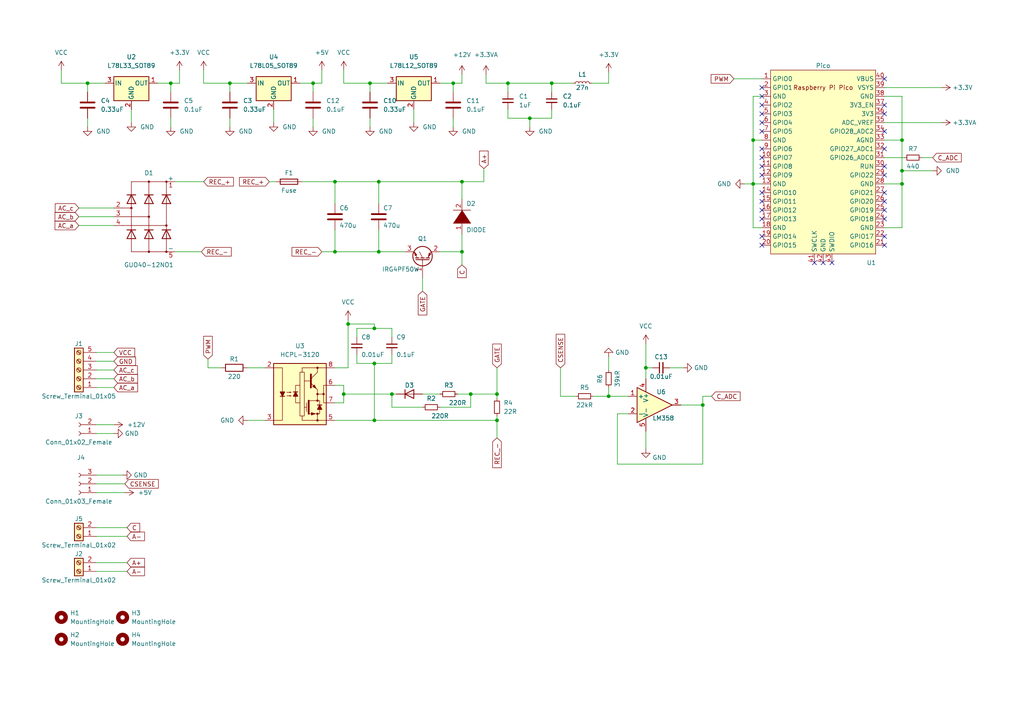
<source format=kicad_sch>
(kicad_sch (version 20211123) (generator eeschema)
  (paper "A4")
  (lib_symbols
    (symbol "Connector:Conn_01x02_Female" (pin_names (offset 1.016) hide)
      (property "Reference" "J" (at 0 2.54 0))
      (property "Value" "Conn_01x02_Female" (at 0 -5.08 0))
      (symbol "Conn_01x02_Female_1_1"
        (pin passive line (at -5.08 0 0) (length 3.81) (name "Pin_1") (number "1"))
        (pin passive line (at -5.08 -2.54 0) (length 3.81) (name "Pin_2") (number "2"))
      )
    )
    (symbol "Connector:Conn_01x03_Female" (pin_names (offset 1.016) hide)
      (property "Reference" "J" (at 0 5.08 0))
      (property "Value" "Conn_01x03_Female" (at 0 -5.08 0))
      (symbol "Conn_01x03_Female_1_1"
        (pin passive line (at -5.08 2.54 0) (length 3.81) (name "Pin_1") (number "1"))
        (pin passive line (at -5.08 0 0) (length 3.81) (name "Pin_2") (number "2"))
        (pin passive line (at -5.08 -2.54 0) (length 3.81) (name "Pin_3") (number "3"))
      )
    )
    (symbol "Connector:Screw_Terminal_01x02" (pin_names (offset 1.016) hide)
      (property "Reference" "J" (at 0 2.54 0))
      (property "Value" "Screw_Terminal_01x02" (at 0 -5.08 0))
      (symbol "Screw_Terminal_01x02_1_1"
        (pin passive line (at -5.08 0 0) (length 3.81) (name "Pin_1") (number "1"))
        (pin passive line (at -5.08 -2.54 0) (length 3.81) (name "Pin_2") (number "2"))
      )
    )
    (symbol "Connector:Screw_Terminal_01x05" (pin_names (offset 1.016) hide)
      (property "Reference" "J" (at 0 7.62 0))
      (property "Value" "Screw_Terminal_01x05" (at 0 -7.62 0))
      (symbol "Screw_Terminal_01x05_1_1"
        (pin passive line (at -5.08 5.08 0) (length 3.81) (name "Pin_1") (number "1"))
        (pin passive line (at -5.08 2.54 0) (length 3.81) (name "Pin_2") (number "2"))
        (pin passive line (at -5.08 0 0) (length 3.81) (name "Pin_3") (number "3"))
        (pin passive line (at -5.08 -2.54 0) (length 3.81) (name "Pin_4") (number "4"))
        (pin passive line (at -5.08 -5.08 0) (length 3.81) (name "Pin_5") (number "5"))
      )
    )
    (symbol "Device:C" (pin_numbers hide) (pin_names (offset 0.254))
      (property "Reference" "C" (at 0.635 2.54 0))
      (property "Value" "C" (at 0.635 -2.54 0))
      (symbol "C_1_1"
        (pin passive line (at 0 3.81 270) (length 2.794) (name "~") (number "1"))
        (pin passive line (at 0 -3.81 90) (length 2.794) (name "~") (number "2"))
      )
    )
    (symbol "Device:C_Small" (pin_numbers hide) (pin_names (offset 0.254) hide)
      (property "Reference" "C" (at 0.254 1.778 0))
      (property "Value" "C_Small" (at 0.254 -2.032 0))
      (symbol "C_Small_1_1"
        (pin passive line (at 0 2.54 270) (length 2.032) (name "~") (number "1"))
        (pin passive line (at 0 -2.54 90) (length 2.032) (name "~") (number "2"))
      )
    )
    (symbol "Device:Fuse" (pin_numbers hide) (pin_names (offset 0))
      (property "Reference" "F" (at 2.032 0 90))
      (property "Value" "Fuse" (at -1.905 0 90))
      (symbol "Fuse_1_1"
        (pin passive line (at 0 3.81 270) (length 1.27) (name "~") (number "1"))
        (pin passive line (at 0 -3.81 90) (length 1.27) (name "~") (number "2"))
      )
    )
    (symbol "Device:L_Small" (pin_numbers hide) (pin_names (offset 0.254) hide)
      (property "Reference" "L" (at 0.762 1.016 0))
      (property "Value" "L_Small" (at 0.762 -1.016 0))
      (symbol "L_Small_1_1"
        (pin passive line (at 0 2.54 270) (length 0.508) (name "~") (number "1"))
        (pin passive line (at 0 -2.54 90) (length 0.508) (name "~") (number "2"))
      )
    )
    (symbol "Device:R" (pin_numbers hide) (pin_names (offset 0))
      (property "Reference" "R" (at 2.032 0 90))
      (property "Value" "R" (at 0 0 90))
      (symbol "R_1_1"
        (pin passive line (at 0 3.81 270) (length 1.27) (name "~") (number "1"))
        (pin passive line (at 0 -3.81 90) (length 1.27) (name "~") (number "2"))
      )
    )
    (symbol "Device:R_Small" (pin_numbers hide) (pin_names (offset 0.254) hide)
      (property "Reference" "R" (at 0.762 0.508 0))
      (property "Value" "R_Small" (at 0.762 -1.016 0))
      (symbol "R_Small_1_1"
        (pin passive line (at 0 2.54 270) (length 0.762) (name "~") (number "1"))
        (pin passive line (at 0 -2.54 90) (length 0.762) (name "~") (number "2"))
      )
    )
    (symbol "Diode:1N4148" (pin_numbers hide) (pin_names hide)
      (property "Reference" "D" (at 0 2.54 0))
      (property "Value" "1N4148" (at 0 -2.54 0))
      (symbol "1N4148_1_1"
        (pin passive line (at -3.81 0 0) (length 2.54) (name "K") (number "1"))
        (pin passive line (at 3.81 0 180) (length 2.54) (name "A") (number "2"))
      )
    )
    (symbol "Diode_Bridge:GUO40-12NO1" (pin_names (offset 0))
      (property "Reference" "D" (at 0 17.78 0))
      (property "Value" "GUO40-12NO1" (at 0 15.24 0))
      (symbol "GUO40-12NO1_1_1"
        (pin passive line (at 7.62 10.16 180) (length 2.54) (name "+") (number "1"))
        (pin passive line (at -10.16 2.54 0) (length 2.54) (name "~") (number "2"))
        (pin passive line (at -10.16 0 0) (length 2.54) (name "~") (number "3"))
        (pin passive line (at -10.16 -2.54 0) (length 2.54) (name "~") (number "4"))
        (pin passive line (at 7.62 -10.16 180) (length 2.54) (name "-") (number "5"))
      )
    )
    (symbol "Driver_FET:HCPL-3120" (pin_names hide)
      (property "Reference" "U" (at 0 12.7 0))
      (property "Value" "HCPL-3120" (at 0 10.16 0))
      (symbol "HCPL-3120_1_1"
        (pin no_connect line (at -7.62 2.54 0) (length 2.54) hide (name "NC") (number "1"))
        (pin passive line (at -10.16 7.62 0) (length 2.54) (name "A") (number "2"))
        (pin passive line (at -10.16 -7.62 0) (length 2.54) (name "C") (number "3"))
        (pin no_connect line (at -7.62 -2.54 0) (length 2.54) hide (name "NC") (number "4"))
        (pin power_out line (at 10.16 -7.62 180) (length 2.54) (name "VEE") (number "5"))
        (pin output line (at 10.16 2.54 180) (length 2.54) (name "VO") (number "6"))
        (pin output line (at 10.16 -2.54 180) (length 2.54) (name "VO") (number "7"))
        (pin power_in line (at 10.16 7.62 180) (length 2.54) (name "VCC") (number "8"))
      )
    )
    (symbol "MCU_RaspberryPi_and_Boards:Pico"
      (property "Reference" "U" (at -13.97 27.94 0))
      (property "Value" "Pico" (at 0 19.05 0))
      (symbol "Pico_0_0"
        (text "Raspberry Pi Pico" (at 0 21.59 0) (effects (font (size 1.27 1.27))))
      )
      (symbol "Pico_1_1"
        (pin bidirectional line (at -17.78 24.13 0) (length 2.54) (name "GPIO0") (number "1"))
        (pin bidirectional line (at -17.78 1.27 0) (length 2.54) (name "GPIO7") (number "10"))
        (pin bidirectional line (at -17.78 -1.27 0) (length 2.54) (name "GPIO8") (number "11"))
        (pin bidirectional line (at -17.78 -3.81 0) (length 2.54) (name "GPIO9") (number "12"))
        (pin power_in line (at -17.78 -6.35 0) (length 2.54) (name "GND") (number "13"))
        (pin bidirectional line (at -17.78 -8.89 0) (length 2.54) (name "GPIO10") (number "14"))
        (pin bidirectional line (at -17.78 -11.43 0) (length 2.54) (name "GPIO11") (number "15"))
        (pin bidirectional line (at -17.78 -13.97 0) (length 2.54) (name "GPIO12") (number "16"))
        (pin bidirectional line (at -17.78 -16.51 0) (length 2.54) (name "GPIO13") (number "17"))
        (pin power_in line (at -17.78 -19.05 0) (length 2.54) (name "GND") (number "18"))
        (pin bidirectional line (at -17.78 -21.59 0) (length 2.54) (name "GPIO14") (number "19"))
        (pin bidirectional line (at -17.78 21.59 0) (length 2.54) (name "GPIO1") (number "2"))
        (pin bidirectional line (at -17.78 -24.13 0) (length 2.54) (name "GPIO15") (number "20"))
        (pin bidirectional line (at 17.78 -24.13 180) (length 2.54) (name "GPIO16") (number "21"))
        (pin bidirectional line (at 17.78 -21.59 180) (length 2.54) (name "GPIO17") (number "22"))
        (pin power_in line (at 17.78 -19.05 180) (length 2.54) (name "GND") (number "23"))
        (pin bidirectional line (at 17.78 -16.51 180) (length 2.54) (name "GPIO18") (number "24"))
        (pin bidirectional line (at 17.78 -13.97 180) (length 2.54) (name "GPIO19") (number "25"))
        (pin bidirectional line (at 17.78 -11.43 180) (length 2.54) (name "GPIO20") (number "26"))
        (pin bidirectional line (at 17.78 -8.89 180) (length 2.54) (name "GPIO21") (number "27"))
        (pin power_in line (at 17.78 -6.35 180) (length 2.54) (name "GND") (number "28"))
        (pin bidirectional line (at 17.78 -3.81 180) (length 2.54) (name "GPIO22") (number "29"))
        (pin power_in line (at -17.78 19.05 0) (length 2.54) (name "GND") (number "3"))
        (pin input line (at 17.78 -1.27 180) (length 2.54) (name "RUN") (number "30"))
        (pin bidirectional line (at 17.78 1.27 180) (length 2.54) (name "GPIO26_ADC0") (number "31"))
        (pin bidirectional line (at 17.78 3.81 180) (length 2.54) (name "GPIO27_ADC1") (number "32"))
        (pin power_in line (at 17.78 6.35 180) (length 2.54) (name "AGND") (number "33"))
        (pin bidirectional line (at 17.78 8.89 180) (length 2.54) (name "GPIO28_ADC2") (number "34"))
        (pin power_in line (at 17.78 11.43 180) (length 2.54) (name "ADC_VREF") (number "35"))
        (pin power_in line (at 17.78 13.97 180) (length 2.54) (name "3V3") (number "36"))
        (pin input line (at 17.78 16.51 180) (length 2.54) (name "3V3_EN") (number "37"))
        (pin bidirectional line (at 17.78 19.05 180) (length 2.54) (name "GND") (number "38"))
        (pin power_in line (at 17.78 21.59 180) (length 2.54) (name "VSYS") (number "39"))
        (pin bidirectional line (at -17.78 16.51 0) (length 2.54) (name "GPIO2") (number "4"))
        (pin power_in line (at 17.78 24.13 180) (length 2.54) (name "VBUS") (number "40"))
        (pin input line (at -2.54 -29.21 90) (length 2.54) (name "SWCLK") (number "41"))
        (pin power_in line (at 0 -29.21 90) (length 2.54) (name "GND") (number "42"))
        (pin bidirectional line (at 2.54 -29.21 90) (length 2.54) (name "SWDIO") (number "43"))
        (pin bidirectional line (at -17.78 13.97 0) (length 2.54) (name "GPIO3") (number "5"))
        (pin bidirectional line (at -17.78 11.43 0) (length 2.54) (name "GPIO4") (number "6"))
        (pin bidirectional line (at -17.78 8.89 0) (length 2.54) (name "GPIO5") (number "7"))
        (pin power_in line (at -17.78 6.35 0) (length 2.54) (name "GND") (number "8"))
        (pin bidirectional line (at -17.78 3.81 0) (length 2.54) (name "GPIO6") (number "9"))
      )
    )
    (symbol "Mechanical:MountingHole" (pin_names (offset 1.016))
      (property "Reference" "H" (at 0 5.08 0))
      (property "Value" "MountingHole" (at 0 3.175 0))
    )
    (symbol "Regulator_Linear:L78L05_SOT89" (pin_names (offset 0.254))
      (property "Reference" "U" (at -3.81 3.175 0))
      (property "Value" "L78L05_SOT89" (at -0.635 3.175 0))
      (symbol "L78L05_SOT89_1_1"
        (pin power_out line (at 7.62 0 180) (length 2.54) (name "OUT") (number "1"))
        (pin power_in line (at 0 -7.62 90) (length 2.54) (name "GND") (number "2"))
        (pin power_in line (at -7.62 0 0) (length 2.54) (name "IN") (number "3"))
      )
    )
    (symbol "Regulator_Linear:L78L12_SOT89" (pin_names (offset 0.254))
      (property "Reference" "U" (at -3.81 3.175 0))
      (property "Value" "L78L12_SOT89" (at -0.635 3.175 0))
      (symbol "L78L12_SOT89_1_1"
        (pin power_out line (at 7.62 0 180) (length 2.54) (name "OUT") (number "1"))
        (pin power_in line (at 0 -7.62 90) (length 2.54) (name "GND") (number "2"))
        (pin power_in line (at -7.62 0 0) (length 2.54) (name "IN") (number "3"))
      )
    )
    (symbol "Regulator_Linear:L78L33_SOT89" (pin_names (offset 0.254))
      (property "Reference" "U" (at -3.81 3.175 0))
      (property "Value" "L78L33_SOT89" (at -0.635 3.175 0))
      (symbol "L78L33_SOT89_1_1"
        (pin power_out line (at 7.62 0 180) (length 2.54) (name "OUT") (number "1"))
        (pin power_in line (at 0 -7.62 90) (length 2.54) (name "GND") (number "2"))
        (pin power_in line (at -7.62 0 0) (length 2.54) (name "IN") (number "3"))
      )
    )
    (symbol "Transistor_IGBT:IRG4PF50W" (pin_names (offset 0) hide)
      (property "Reference" "Q" (at 5.08 1.905 0))
      (property "Value" "IRG4PF50W" (at 5.08 0 0))
      (symbol "IRG4PF50W_1_1"
        (pin input line (at -5.08 0 0) (length 5.08) (name "G") (number "1"))
        (pin passive line (at 2.54 5.08 270) (length 2.54) (name "C") (number "2"))
        (pin passive line (at 2.54 -5.08 90) (length 2.54) (name "E") (number "3"))
      )
    )
    (symbol "power:+12V" (power) (pin_names (offset 0))
      (property "Value" "+12V" (at 0 3.556 0))
      (symbol "+12V_1_1"
        (pin power_in line (at 0 0 90) (length 0) hide (name "+12V") (number "1"))
      )
    )
    (symbol "power:+3.3V" (power) (pin_names (offset 0))
      (property "Value" "+3.3V" (at 0 3.556 0))
      (symbol "+3.3V_1_1"
        (pin power_in line (at 0 0 90) (length 0) hide (name "+3.3V") (number "1"))
      )
    )
    (symbol "power:+3.3VA" (power) (pin_names (offset 0))
      (property "Value" "+3.3VA" (at 0 3.556 0))
      (symbol "+3.3VA_1_1"
        (pin power_in line (at 0 0 90) (length 0) hide (name "+3.3VA") (number "1"))
      )
    )
    (symbol "power:+5V" (power) (pin_names (offset 0))
      (property "Value" "+5V" (at 0 3.556 0))
      (symbol "+5V_1_1"
        (pin power_in line (at 0 0 90) (length 0) hide (name "+5V") (number "1"))
      )
    )
    (symbol "power:GND" (power) (pin_names (offset 0))
      (property "Value" "GND" (at 0 -3.81 0))
      (symbol "GND_1_1"
        (pin power_in line (at 0 0 270) (length 0) hide (name "GND") (number "1"))
      )
    )
    (symbol "power:VCC" (power) (pin_names (offset 0))
      (property "Value" "VCC" (at 0 3.81 0))
      (symbol "VCC_1_1"
        (pin power_in line (at 0 0 90) (length 0) hide (name "VCC") (number "1"))
      )
    )
    (symbol "pspice:DIODE" (pin_names (offset 1.016) hide)
      (property "Reference" "D" (at 0 3.81 0))
      (property "Value" "DIODE" (at 0 -4.445 0))
      (symbol "DIODE_1_1"
        (pin input line (at -5.08 0 0) (length 3.81) (name "K") (number "1"))
        (pin input line (at 5.08 0 180) (length 3.81) (name "A") (number "2"))
      )
    )
    (symbol "pspice:OPAMP" (pin_names (offset 0.254))
      (property "Reference" "U" (at 3.81 3.175 0))
      (property "Value" "OPAMP" (at 3.81 -3.175 0))
      (symbol "OPAMP_1_1"
        (pin input line (at -7.62 2.54 0) (length 2.54) (name "+") (number "1"))
        (pin input line (at -7.62 -2.54 0) (length 2.54) (name "-") (number "2"))
        (pin output line (at 7.62 0 180) (length 2.54) (name "~") (number "3"))
        (pin power_in line (at -2.54 7.62 270) (length 3.81) (name "V+") (number "4"))
        (pin power_in line (at -2.54 -7.62 90) (length 3.81) (name "V-") (number "5"))
      )
    )
  )
  (junction (at 66.675 24.13))
  (junction (at 97.155 52.705))
  (junction (at 108.585 105.41))
  (junction (at 97.155 73.025))
  (junction (at 261.62 49.53))
  (junction (at 153.67 34.29))
  (junction (at 133.985 73.025))
  (junction (at 131.445 24.13))
  (junction (at 261.62 53.34))
  (junction (at 108.585 121.92))
  (junction (at 108.585 95.25))
  (junction (at 147.32 24.13))
  (junction (at 109.855 52.705))
  (junction (at 144.145 121.92))
  (junction (at 187.325 106.68))
  (junction (at 218.44 53.34))
  (junction (at 49.53 24.13))
  (junction (at 136.525 114.3))
  (junction (at 107.315 24.13))
  (junction (at 133.985 52.705))
  (junction (at 100.965 93.98))
  (junction (at 113.665 114.3))
  (junction (at 90.805 24.13))
  (junction (at 160.02 24.13))
  (junction (at 109.855 73.025))
  (junction (at 261.62 40.64))
  (junction (at 144.145 114.3))
  (junction (at 99.695 114.3))
  (junction (at 203.835 117.475))
  (junction (at 176.53 114.935))
  (junction (at 218.44 40.64))
  (junction (at 25.4 24.13))
  (no_connect (at 220.98 48.26))
  (no_connect (at 220.98 45.72))
  (no_connect (at 220.98 55.88))
  (no_connect (at 220.98 60.96))
  (no_connect (at 220.98 68.58))
  (no_connect (at 220.98 25.4))
  (no_connect (at 256.54 60.96))
  (no_connect (at 256.54 63.5))
  (no_connect (at 220.98 35.56))
  (no_connect (at 256.54 55.88))
  (no_connect (at 236.22 76.2))
  (no_connect (at 256.54 43.18))
  (no_connect (at 220.98 71.12))
  (no_connect (at 220.98 27.94))
  (no_connect (at 256.54 22.86))
  (no_connect (at 220.98 38.1))
  (no_connect (at 220.98 58.42))
  (no_connect (at 256.54 30.48))
  (no_connect (at 256.54 38.1))
  (no_connect (at 238.76 76.2))
  (no_connect (at 256.54 48.26))
  (no_connect (at 220.98 30.48))
  (no_connect (at 220.98 33.02))
  (no_connect (at 241.3 76.2))
  (no_connect (at 256.54 71.12))
  (no_connect (at 220.98 43.18))
  (no_connect (at 256.54 68.58))
  (no_connect (at 256.54 33.02))
  (no_connect (at 256.54 50.8))
  (no_connect (at 349.758 38.354))
  (no_connect (at 220.98 63.5))
  (no_connect (at 256.54 58.42))
  (no_connect (at 220.98 50.8))
  (wire (pts (xy 256.54 40.64) (xy 261.62 40.64)))
  (wire (pts (xy 218.44 53.34) (xy 220.98 53.34)))
  (wire (pts (xy 109.855 66.675) (xy 109.855 73.025)))
  (wire (pts (xy 147.32 24.13) (xy 147.32 26.67)))
  (wire (pts (xy 66.675 24.13) (xy 71.755 24.13)))
  (wire (pts (xy 160.02 31.75) (xy 160.02 34.29)))
  (wire (pts (xy 132.715 114.3) (xy 136.525 114.3)))
  (wire (pts (xy 97.155 121.92) (xy 108.585 121.92)))
  (wire (pts (xy 109.855 59.055) (xy 109.855 52.705)))
  (wire (pts (xy 71.755 121.92) (xy 76.835 121.92)))
  (wire (pts (xy 218.44 66.04) (xy 220.98 66.04)))
  (wire (pts (xy 176.53 114.935) (xy 182.245 114.935)))
  (wire (pts (xy 113.665 118.11) (xy 113.665 114.3)))
  (wire (pts (xy 147.32 31.75) (xy 147.32 34.29)))
  (wire (pts (xy 22.86 65.405) (xy 33.02 65.405)))
  (wire (pts (xy 261.62 49.53) (xy 261.62 53.34)))
  (wire (pts (xy 256.54 25.4) (xy 273.05 25.4)))
  (wire (pts (xy 197.485 117.475) (xy 203.835 117.475)))
  (wire (pts (xy 131.445 34.29) (xy 131.445 36.83)))
  (wire (pts (xy 50.8 52.705) (xy 59.055 52.705)))
  (wire (pts (xy 27.94 155.575) (xy 36.83 155.575)))
  (wire (pts (xy 261.62 49.53) (xy 270.51 49.53)))
  (wire (pts (xy 107.315 24.13) (xy 107.315 26.67)))
  (wire (pts (xy 147.32 34.29) (xy 153.67 34.29)))
  (wire (pts (xy 162.56 106.68) (xy 162.56 114.935)))
  (wire (pts (xy 133.985 67.945) (xy 133.985 73.025)))
  (wire (pts (xy 261.62 40.64) (xy 261.62 49.53)))
  (wire (pts (xy 103.505 102.87) (xy 103.505 105.41)))
  (wire (pts (xy 140.335 48.895) (xy 140.335 52.705)))
  (wire (pts (xy 140.97 21.59) (xy 140.97 24.13)))
  (wire (pts (xy 97.155 59.055) (xy 97.155 52.705)))
  (wire (pts (xy 160.02 24.13) (xy 166.37 24.13)))
  (wire (pts (xy 49.53 34.29) (xy 49.53 36.83)))
  (wire (pts (xy 52.07 20.32) (xy 52.07 24.13)))
  (wire (pts (xy 66.675 24.13) (xy 66.675 26.67)))
  (wire (pts (xy 27.94 102.235) (xy 33.02 102.235)))
  (wire (pts (xy 108.585 121.92) (xy 144.145 121.92)))
  (wire (pts (xy 144.145 120.65) (xy 144.145 121.92)))
  (wire (pts (xy 93.345 20.32) (xy 93.345 24.13)))
  (wire (pts (xy 97.155 73.025) (xy 97.155 66.675)))
  (wire (pts (xy 107.315 24.13) (xy 112.395 24.13)))
  (wire (pts (xy 160.02 24.13) (xy 160.02 26.67)))
  (wire (pts (xy 25.4 34.29) (xy 25.4 36.83)))
  (wire (pts (xy 256.54 53.34) (xy 261.62 53.34)))
  (wire (pts (xy 215.9 53.34) (xy 218.44 53.34)))
  (wire (pts (xy 131.445 24.13) (xy 133.985 24.13)))
  (wire (pts (xy 261.62 53.34) (xy 261.62 66.04)))
  (wire (pts (xy 99.695 24.13) (xy 107.315 24.13)))
  (wire (pts (xy 22.86 60.325) (xy 33.02 60.325)))
  (wire (pts (xy 203.835 134.62) (xy 179.07 134.62)))
  (wire (pts (xy 133.985 73.025) (xy 133.985 76.835)))
  (wire (pts (xy 108.585 95.25) (xy 113.665 95.25)))
  (wire (pts (xy 90.805 24.13) (xy 93.345 24.13)))
  (wire (pts (xy 60.325 106.68) (xy 64.135 106.68)))
  (wire (pts (xy 100.965 106.68) (xy 97.155 106.68)))
  (wire (pts (xy 87.63 52.705) (xy 97.155 52.705)))
  (wire (pts (xy 90.805 24.13) (xy 90.805 26.67)))
  (wire (pts (xy 97.155 52.705) (xy 109.855 52.705)))
  (wire (pts (xy 27.94 125.73) (xy 33.02 125.73)))
  (wire (pts (xy 17.78 24.13) (xy 25.4 24.13)))
  (wire (pts (xy 218.44 40.64) (xy 220.98 40.64)))
  (wire (pts (xy 256.54 45.72) (xy 262.255 45.72)))
  (wire (pts (xy 140.335 52.705) (xy 133.985 52.705)))
  (wire (pts (xy 144.145 106.68) (xy 144.145 114.3)))
  (wire (pts (xy 127.635 24.13) (xy 131.445 24.13)))
  (wire (pts (xy 109.855 73.025) (xy 117.475 73.025)))
  (wire (pts (xy 99.695 114.3) (xy 113.665 114.3)))
  (wire (pts (xy 144.145 121.92) (xy 144.145 127)))
  (wire (pts (xy 49.53 24.13) (xy 49.53 26.67)))
  (wire (pts (xy 256.54 27.94) (xy 261.62 27.94)))
  (wire (pts (xy 218.44 53.34) (xy 218.44 40.64)))
  (wire (pts (xy 93.345 73.025) (xy 97.155 73.025)))
  (wire (pts (xy 27.94 153.035) (xy 36.83 153.035)))
  (wire (pts (xy 261.62 27.94) (xy 261.62 40.64)))
  (wire (pts (xy 212.852 22.86) (xy 220.98 22.86)))
  (wire (pts (xy 99.695 116.84) (xy 97.155 116.84)))
  (wire (pts (xy 25.4 24.13) (xy 25.4 26.67)))
  (wire (pts (xy 144.145 114.3) (xy 144.145 115.57)))
  (wire (pts (xy 133.985 21.59) (xy 133.985 24.13)))
  (wire (pts (xy 86.995 24.13) (xy 90.805 24.13)))
  (wire (pts (xy 59.055 24.13) (xy 66.675 24.13)))
  (wire (pts (xy 27.94 165.735) (xy 36.83 165.735)))
  (wire (pts (xy 38.1 31.75) (xy 38.1 35.56)))
  (wire (pts (xy 59.055 20.32) (xy 59.055 24.13)))
  (wire (pts (xy 136.525 118.11) (xy 136.525 114.3)))
  (wire (pts (xy 140.97 24.13) (xy 147.32 24.13)))
  (wire (pts (xy 100.965 92.71) (xy 100.965 93.98)))
  (wire (pts (xy 27.94 112.395) (xy 33.02 112.395)))
  (wire (pts (xy 203.835 117.475) (xy 203.835 134.62)))
  (wire (pts (xy 113.665 114.3) (xy 114.935 114.3)))
  (wire (pts (xy 153.67 34.29) (xy 160.02 34.29)))
  (wire (pts (xy 120.015 31.75) (xy 120.015 35.56)))
  (wire (pts (xy 176.53 114.935) (xy 176.53 112.395)))
  (wire (pts (xy 27.94 104.775) (xy 33.02 104.775)))
  (wire (pts (xy 171.45 24.13) (xy 176.53 24.13)))
  (wire (pts (xy 136.525 114.3) (xy 144.145 114.3)))
  (wire (pts (xy 194.31 106.68) (xy 198.12 106.68)))
  (wire (pts (xy 218.44 27.94) (xy 220.98 27.94)))
  (wire (pts (xy 256.54 35.56) (xy 273.05 35.56)))
  (wire (pts (xy 108.585 105.41) (xy 113.665 105.41)))
  (wire (pts (xy 27.94 123.19) (xy 33.02 123.19)))
  (wire (pts (xy 127.635 118.11) (xy 136.525 118.11)))
  (wire (pts (xy 127.635 73.025) (xy 133.985 73.025)))
  (wire (pts (xy 187.325 125.095) (xy 187.325 130.175)))
  (wire (pts (xy 218.44 53.34) (xy 218.44 66.04)))
  (wire (pts (xy 103.505 105.41) (xy 108.585 105.41)))
  (wire (pts (xy 66.675 34.29) (xy 66.675 36.83)))
  (wire (pts (xy 49.53 24.13) (xy 52.07 24.13)))
  (wire (pts (xy 109.855 73.025) (xy 97.155 73.025)))
  (wire (pts (xy 27.94 107.315) (xy 33.02 107.315)))
  (wire (pts (xy 108.585 105.41) (xy 108.585 121.92)))
  (wire (pts (xy 108.585 93.98) (xy 108.585 95.25)))
  (wire (pts (xy 99.695 111.76) (xy 99.695 114.3)))
  (wire (pts (xy 27.94 137.795) (xy 35.56 137.795)))
  (wire (pts (xy 25.4 24.13) (xy 30.48 24.13)))
  (wire (pts (xy 50.8 73.025) (xy 58.42 73.025)))
  (wire (pts (xy 113.665 105.41) (xy 113.665 102.87)))
  (wire (pts (xy 153.67 34.29) (xy 153.67 36.83)))
  (wire (pts (xy 107.315 34.29) (xy 107.315 36.83)))
  (wire (pts (xy 99.695 20.32) (xy 99.695 24.13)))
  (wire (pts (xy 182.245 120.015) (xy 179.07 120.015)))
  (wire (pts (xy 256.54 66.04) (xy 261.62 66.04)))
  (wire (pts (xy 71.755 106.68) (xy 76.835 106.68)))
  (wire (pts (xy 109.855 52.705) (xy 133.985 52.705)))
  (wire (pts (xy 27.94 140.335) (xy 36.195 140.335)))
  (wire (pts (xy 187.325 106.68) (xy 189.23 106.68)))
  (wire (pts (xy 218.44 40.64) (xy 218.44 27.94)))
  (wire (pts (xy 133.985 52.705) (xy 133.985 57.785)))
  (wire (pts (xy 206.375 114.935) (xy 203.835 114.935)))
  (wire (pts (xy 176.53 103.505) (xy 176.53 107.315)))
  (wire (pts (xy 122.555 114.3) (xy 127.635 114.3)))
  (wire (pts (xy 162.56 114.935) (xy 167.005 114.935)))
  (wire (pts (xy 187.325 109.855) (xy 187.325 106.68)))
  (wire (pts (xy 17.78 20.32) (xy 17.78 24.13)))
  (wire (pts (xy 27.94 109.855) (xy 33.02 109.855)))
  (wire (pts (xy 172.085 114.935) (xy 176.53 114.935)))
  (wire (pts (xy 179.07 120.015) (xy 179.07 134.62)))
  (wire (pts (xy 78.105 52.705) (xy 80.01 52.705)))
  (wire (pts (xy 131.445 24.13) (xy 131.445 26.67)))
  (wire (pts (xy 100.965 93.98) (xy 100.965 106.68)))
  (wire (pts (xy 45.72 24.13) (xy 49.53 24.13)))
  (wire (pts (xy 22.86 62.865) (xy 33.02 62.865)))
  (wire (pts (xy 27.94 142.875) (xy 36.195 142.875)))
  (wire (pts (xy 203.835 114.935) (xy 203.835 117.475)))
  (wire (pts (xy 122.555 80.645) (xy 122.555 84.455)))
  (wire (pts (xy 100.965 93.98) (xy 108.585 93.98)))
  (wire (pts (xy 79.375 31.75) (xy 79.375 35.56)))
  (wire (pts (xy 176.53 20.955) (xy 176.53 24.13)))
  (wire (pts (xy 60.325 104.14) (xy 60.325 106.68)))
  (wire (pts (xy 97.155 111.76) (xy 99.695 111.76)))
  (wire (pts (xy 99.695 114.3) (xy 99.695 116.84)))
  (wire (pts (xy 27.94 163.195) (xy 36.83 163.195)))
  (wire (pts (xy 122.555 118.11) (xy 113.665 118.11)))
  (wire (pts (xy 267.335 45.72) (xy 270.51 45.72)))
  (wire (pts (xy 103.505 97.79) (xy 103.505 95.25)))
  (wire (pts (xy 113.665 95.25) (xy 113.665 97.79)))
  (wire (pts (xy 103.505 95.25) (xy 108.585 95.25)))
  (wire (pts (xy 187.325 99.695) (xy 187.325 106.68)))
  (wire (pts (xy 147.32 24.13) (xy 160.02 24.13)))
  (wire (pts (xy 90.805 34.29) (xy 90.805 36.83)))
  (global_label "C" (shape input) (at 36.83 153.035 0) (property "Intersheet References" "${INTERSHEET_REFS}" (effects hide)))
  (global_label "GND" (shape input) (at 33.02 104.775 0) (property "Intersheet References" "${INTERSHEET_REFS}" (effects hide)))
  (global_label "AC_c" (shape input) (at 22.86 60.325 180) (property "Intersheet References" "${INTERSHEET_REFS}" (effects hide)))
  (global_label "REC_-" (shape input) (at 144.145 127 270) (property "Intersheet References" "${INTERSHEET_REFS}" (effects hide)))
  (global_label "AC_b" (shape input) (at 33.02 109.855 0) (property "Intersheet References" "${INTERSHEET_REFS}" (effects hide)))
  (global_label "AC_a" (shape input) (at 22.86 65.405 180) (property "Intersheet References" "${INTERSHEET_REFS}" (effects hide)))
  (global_label "A+" (shape input) (at 140.335 48.895 90) (property "Intersheet References" "${INTERSHEET_REFS}" (effects hide)))
  (global_label "C_ADC" (shape input) (at 270.51 45.72 0) (property "Intersheet References" "${INTERSHEET_REFS}" (effects hide)))
  (global_label "AC_b" (shape input) (at 22.86 62.865 180) (property "Intersheet References" "${INTERSHEET_REFS}" (effects hide)))
  (global_label "AC_a" (shape input) (at 33.02 112.395 0) (property "Intersheet References" "${INTERSHEET_REFS}" (effects hide)))
  (global_label "REC_+" (shape input) (at 78.105 52.705 180) (property "Intersheet References" "${INTERSHEET_REFS}" (effects hide)))
  (global_label "C" (shape input) (at 133.985 76.835 270) (property "Intersheet References" "${INTERSHEET_REFS}" (effects hide)))
  (global_label "REC_+" (shape input) (at 59.055 52.705 0) (property "Intersheet References" "${INTERSHEET_REFS}" (effects hide)))
  (global_label "REC_-" (shape input) (at 93.345 73.025 180) (property "Intersheet References" "${INTERSHEET_REFS}" (effects hide)))
  (global_label "CSENSE" (shape input) (at 162.56 106.68 90) (property "Intersheet References" "${INTERSHEET_REFS}" (effects hide)))
  (global_label "A+" (shape input) (at 36.83 163.195 0) (property "Intersheet References" "${INTERSHEET_REFS}" (effects hide)))
  (global_label "PWM" (shape input) (at 212.852 22.86 180) (property "Intersheet References" "${INTERSHEET_REFS}" (effects hide)))
  (global_label "GATE" (shape input) (at 144.145 106.68 90) (property "Intersheet References" "${INTERSHEET_REFS}" (effects hide)))
  (global_label "CSENSE" (shape input) (at 36.195 140.335 0) (property "Intersheet References" "${INTERSHEET_REFS}" (effects hide)))
  (global_label "GATE" (shape input) (at 122.555 84.455 270) (property "Intersheet References" "${INTERSHEET_REFS}" (effects hide)))
  (global_label "PWM" (shape input) (at 60.325 104.14 90) (property "Intersheet References" "${INTERSHEET_REFS}" (effects hide)))
  (global_label "REC_-" (shape input) (at 58.42 73.025 0) (property "Intersheet References" "${INTERSHEET_REFS}" (effects hide)))
  (global_label "A-" (shape input) (at 36.83 165.735 0) (property "Intersheet References" "${INTERSHEET_REFS}" (effects hide)))
  (global_label "A-" (shape input) (at 36.83 155.575 0) (property "Intersheet References" "${INTERSHEET_REFS}" (effects hide)))
  (global_label "AC_c" (shape input) (at 33.02 107.315 0) (property "Intersheet References" "${INTERSHEET_REFS}" (effects hide)))
  (global_label "VCC" (shape input) (at 33.02 102.235 0) (property "Intersheet References" "${INTERSHEET_REFS}" (effects hide)))
  (global_label "C_ADC" (shape input) (at 206.375 114.935 0) (property "Intersheet References" "${INTERSHEET_REFS}" (effects hide)))
  (symbol (lib_id "Device:L_Small") (at 168.91 24.13 90) (unit 1)
    (property "Reference" "L1" (at 168.91 21.59 90))
    (property "Value" "27n" (at 168.91 25.4 90))
    (property "Footprint" "Inductor_SMD:L_1206_3216Metric" (effects hide))
  )
  (symbol (lib_id "power:+3.3VA") (at 140.97 21.59 0) (unit 1)
    (property "Reference" "#PWR011" (effects hide))
    (property "Value" "+3.3VA" (at 140.97 15.875 0))
  )
  (symbol (lib_id "power:GND") (at 49.53 36.83 0) (unit 1)
    (property "Reference" "#PWR02" (effects hide))
    (property "Value" "GND" (at 52.07 38.0999 0) (effects (justify left)))
  )
  (symbol (lib_id "power:GND") (at 131.445 36.83 0) (unit 1)
    (property "Reference" "#PWR0127" (effects hide))
    (property "Value" "GND" (at 133.985 38.0999 0) (effects (justify left)))
  )
  (symbol (lib_id "power:GND") (at 198.12 106.68 90) (unit 1)
    (property "Reference" "#PWR016" (effects hide))
    (property "Value" "GND" (at 201.295 106.6799 90) (effects (justify right)))
  )
  (symbol (lib_id "Device:C") (at 109.855 62.865 0) (unit 1)
    (property "Reference" "C7" (at 111.125 60.325 0) (effects (justify left)))
    (property "Value" "470u" (at 111.125 65.405 0) (effects (justify left)))
    (property "Footprint" "Capacitor_THT:CP_Radial_D35.0mm_P10.00mm_SnapIn" (effects hide))
  )
  (symbol (lib_id "Mechanical:MountingHole") (at 17.78 179.07 0) (unit 1)
    (property "Reference" "H1" (at 20.32 177.7999 0) (effects (justify left)))
    (property "Value" "MountingHole" (at 20.32 180.3399 0) (effects (justify left)))
    (property "Footprint" "MountingHole:MountingHole_3.2mm_M3_Pad" (effects hide))
  )
  (symbol (lib_id "power:VCC") (at 17.78 20.32 0) (unit 1)
    (property "Reference" "#PWR0111" (effects hide))
    (property "Value" "VCC" (at 17.78 15.24 0))
  )
  (symbol (lib_id "pspice:OPAMP") (at 189.865 117.475 0) (unit 1)
    (property "Reference" "U6" (at 191.77 113.665 0))
    (property "Value" "LM358" (at 192.405 121.285 0))
    (property "Footprint" "Package_DIP:DIP-8_W7.62mm" (effects hide))
  )
  (symbol (lib_id "Device:C_Small") (at 103.505 100.33 0) (unit 1)
    (property "Reference" "C8" (at 104.775 97.79 0) (effects (justify left)))
    (property "Value" "0.01uF" (at 104.775 102.87 0) (effects (justify left)))
    (property "Footprint" "Capacitor_SMD:C_1206_3216Metric" (effects hide))
  )
  (symbol (lib_id "Regulator_Linear:L78L33_SOT89") (at 38.1 24.13 0) (unit 1)
    (property "Reference" "U2" (at 38.1 16.51 0))
    (property "Value" "L78L33_SOT89" (at 38.1 19.05 0))
    (property "Footprint" "Package_TO_SOT_SMD:SOT-89-3" (effects hide))
    (property "Datasheet" "http://www.st.com/content/ccc/resource/technical/document/datasheet/15/55/e5/aa/23/5b/43/fd/CD00000446.pdf/files/CD00000446.pdf/jcr:content/translations/en.CD00000446.pdf" (effects hide))
  )
  (symbol (lib_id "MCU_RaspberryPi_and_Boards:Pico") (at 238.76 46.99 0) (unit 1)
    (property "Reference" "U1" (at 252.73 76.2 0))
    (property "Value" "Pico" (at 238.76 19.05 0))
    (property "Footprint" "MCU_RaspberryPi_and_Boards:RPi_Pico_SMD_TH" (effects hide))
  )
  (symbol (lib_id "Device:C") (at 97.155 62.865 0) (unit 1)
    (property "Reference" "C6" (at 98.425 60.325 0) (effects (justify left)))
    (property "Value" "470u" (at 98.425 65.405 0) (effects (justify left)))
    (property "Footprint" "Capacitor_THT:CP_Radial_D35.0mm_P10.00mm_SnapIn" (effects hide))
  )
  (symbol (lib_id "power:GND") (at 215.9 53.34 270) (unit 1)
    (property "Reference" "#PWR0102" (effects hide))
    (property "Value" "GND" (at 212.09 53.3399 90) (effects (justify right)))
  )
  (symbol (lib_id "power:+3.3V") (at 176.53 20.955 0) (unit 1)
    (property "Reference" "#PWR012" (effects hide))
    (property "Value" "+3.3V" (at 176.53 15.875 0))
  )
  (symbol (lib_id "power:+5V") (at 36.195 142.875 270) (unit 1)
    (property "Reference" "#PWR04" (effects hide))
    (property "Value" "+5V" (at 40.005 142.8749 90) (effects (justify left)))
  )
  (symbol (lib_id "Device:C_Small") (at 160.02 29.21 0) (unit 1)
    (property "Reference" "C2" (at 163.195 27.9462 0) (effects (justify left)))
    (property "Value" "0.1uF" (at 163.195 30.4862 0) (effects (justify left)))
    (property "Footprint" "Capacitor_SMD:C_1206_3216Metric" (effects hide))
  )
  (symbol (lib_id "power:VCC") (at 100.965 92.71 0) (unit 1)
    (property "Reference" "#PWR0112" (effects hide))
    (property "Value" "VCC" (at 100.965 87.63 0))
  )
  (symbol (lib_id "Device:C") (at 131.445 30.48 0) (unit 1)
    (property "Reference" "C11" (at 135.255 29.2099 0) (effects (justify left)))
    (property "Value" "0.1uF" (at 135.255 31.7499 0) (effects (justify left)))
    (property "Footprint" "Capacitor_SMD:C_1206_3216Metric" (effects hide))
  )
  (symbol (lib_id "Connector:Conn_01x03_Female") (at 22.86 140.335 180) (unit 1)
    (property "Reference" "J4" (at 23.495 132.715 0))
    (property "Value" "Conn_01x03_Female" (at 22.86 145.415 0))
    (property "Footprint" "Connector_PinSocket_2.54mm:PinSocket_1x03_P2.54mm_Vertical" (effects hide))
  )
  (symbol (lib_id "power:GND") (at 270.51 49.53 90) (unit 1)
    (property "Reference" "#PWR0104" (effects hide))
    (property "Value" "GND" (at 274.32 49.5299 90) (effects (justify right)))
  )
  (symbol (lib_id "Connector:Conn_01x02_Female") (at 22.86 125.73 180) (unit 1)
    (property "Reference" "J3" (at 22.86 120.65 0))
    (property "Value" "Conn_01x02_Female" (at 22.86 128.27 0))
    (property "Footprint" "Connector_PinHeader_2.54mm:PinHeader_1x02_P2.54mm_Vertical" (effects hide))
  )
  (symbol (lib_id "power:VCC") (at 99.695 20.32 0) (unit 1)
    (property "Reference" "#PWR0118" (effects hide))
    (property "Value" "VCC" (at 99.695 15.24 0))
  )
  (symbol (lib_id "power:+3.3V") (at 52.07 20.32 0) (unit 1)
    (property "Reference" "#PWR05" (effects hide))
    (property "Value" "+3.3V" (at 52.07 15.24 0))
  )
  (symbol (lib_id "Transistor_IGBT:IRG4PF50W") (at 122.555 75.565 270) (mirror x) (unit 1)
    (property "Reference" "Q1" (at 122.555 69.215 90))
    (property "Value" "IRG4PF50W" (at 116.205 78.105 90))
    (property "Footprint" "Package_TO_SOT_THT:TO-247-3_Vertical" (effects hide))
    (property "Datasheet" "http://www.irf.com/product-info/datasheets/data/irg4pf50w.pdf" (effects hide))
  )
  (symbol (lib_id "Connector:Screw_Terminal_01x05") (at 22.86 107.315 180) (unit 1)
    (property "Reference" "J1" (at 22.86 99.695 0))
    (property "Value" "Screw_Terminal_01x05" (at 22.86 114.935 0))
    (property "Footprint" "TerminalBlock_Phoenix:TerminalBlock_Phoenix_MKDS-3-5-5.08_1x05_P5.08mm_Horizontal" (effects hide))
  )
  (symbol (lib_id "Diode_Bridge:GUO40-12NO1") (at 43.18 62.865 0) (unit 1)
    (property "Reference" "D1" (at 43.18 50.165 0))
    (property "Value" "GUO40-12NO1" (at 43.18 76.835 0))
    (property "Footprint" "Diode_THT:Diode_Bridge_IXYS_GUFP" (effects hide))
    (property "Datasheet" "https://ixapps.ixys.com/DataSheet/GUO40-12NO1.pdf" (effects hide))
  )
  (symbol (lib_id "power:GND") (at 187.325 130.175 0) (unit 1)
    (property "Reference" "#PWR015" (effects hide))
    (property "Value" "GND" (at 189.23 132.715 0) (effects (justify left)))
  )
  (symbol (lib_id "Connector:Screw_Terminal_01x02") (at 22.86 155.575 180) (unit 1)
    (property "Reference" "J5" (at 22.86 150.495 0))
    (property "Value" "Screw_Terminal_01x02" (at 22.86 158.115 0))
    (property "Footprint" "TerminalBlock_Phoenix:TerminalBlock_Phoenix_MKDS-3-2-5.08_1x02_P5.08mm_Horizontal" (effects hide))
  )
  (symbol (lib_id "power:GND") (at 38.1 35.56 0) (unit 1)
    (property "Reference" "#PWR0110" (effects hide))
    (property "Value" "GND" (at 40.64 36.8299 0) (effects (justify left)))
  )
  (symbol (lib_id "power:GND") (at 71.755 121.92 270) (unit 1)
    (property "Reference" "#PWR0113" (effects hide))
    (property "Value" "GND" (at 67.945 121.9199 90) (effects (justify right)))
  )
  (symbol (lib_id "power:VCC") (at 59.055 20.32 0) (unit 1)
    (property "Reference" "#PWR06" (effects hide))
    (property "Value" "VCC" (at 59.055 15.24 0))
  )
  (symbol (lib_id "power:GND") (at 153.67 36.83 0) (unit 1)
    (property "Reference" "#PWR0105" (effects hide))
    (property "Value" "GND" (at 156.21 38.0999 0) (effects (justify left)))
  )
  (symbol (lib_id "Device:R_Small") (at 125.095 118.11 90) (unit 1)
    (property "Reference" "R2" (at 125.095 115.57 90))
    (property "Value" "220R" (at 127.635 120.65 90))
    (property "Footprint" "Resistor_SMD:R_0805_2012Metric" (effects hide))
  )
  (symbol (lib_id "power:+3.3V") (at 273.05 25.4 270) (unit 1)
    (property "Reference" "#PWR018" (effects hide))
    (property "Value" "+3.3V" (at 276.225 25.3999 90) (effects (justify left)))
  )
  (symbol (lib_id "power:GND") (at 90.805 36.83 0) (unit 1)
    (property "Reference" "#PWR09" (effects hide))
    (property "Value" "GND" (at 93.345 38.0999 0) (effects (justify left)))
  )
  (symbol (lib_id "Diode:1N4148") (at 118.745 114.3 0) (unit 1)
    (property "Reference" "D3" (at 118.745 111.76 0))
    (property "Value" "1N4148" (effects hide))
    (property "Footprint" "Diode_SMD:D_SMB" (effects hide))
  )
  (symbol (lib_id "Mechanical:MountingHole") (at 17.78 185.42 0) (unit 1)
    (property "Reference" "H2" (at 20.32 184.1499 0) (effects (justify left)))
    (property "Value" "MountingHole" (at 20.32 186.6899 0) (effects (justify left)))
    (property "Footprint" "MountingHole:MountingHole_3.2mm_M3_Pad" (effects hide))
  )
  (symbol (lib_id "Device:C_Small") (at 147.32 29.21 0) (unit 1)
    (property "Reference" "C1" (at 150.495 27.9462 0) (effects (justify left)))
    (property "Value" "1uF" (at 150.495 30.4862 0) (effects (justify left)))
    (property "Footprint" "Capacitor_SMD:C_1206_3216Metric" (effects hide))
  )
  (symbol (lib_id "Device:R_Small") (at 264.795 45.72 90) (unit 1)
    (property "Reference" "R7" (at 264.795 43.18 90))
    (property "Value" "440" (at 264.795 48.26 90))
    (property "Footprint" "Resistor_SMD:R_0805_2012Metric" (effects hide))
  )
  (symbol (lib_id "power:VCC") (at 187.325 99.695 0) (unit 1)
    (property "Reference" "#PWR014" (effects hide))
    (property "Value" "VCC" (at 187.325 94.615 0))
  )
  (symbol (lib_id "Device:C") (at 90.805 30.48 0) (unit 1)
    (property "Reference" "C12" (at 94.615 29.2099 0) (effects (justify left)))
    (property "Value" "0.1uF" (at 94.615 31.7499 0) (effects (justify left)))
    (property "Footprint" "Capacitor_SMD:C_1206_3216Metric" (effects hide))
  )
  (symbol (lib_id "Device:C") (at 25.4 30.48 0) (unit 1)
    (property "Reference" "C4" (at 29.21 29.2099 0) (effects (justify left)))
    (property "Value" "0.33uF" (at 29.21 31.7499 0) (effects (justify left)))
    (property "Footprint" "Capacitor_SMD:C_1206_3216Metric" (effects hide))
  )
  (symbol (lib_id "power:+12V") (at 33.02 123.19 270) (unit 1)
    (property "Reference" "#PWR0125" (effects hide))
    (property "Value" "+12V" (at 36.83 123.1899 90) (effects (justify left)))
  )
  (symbol (lib_id "power:+3.3VA") (at 273.05 35.56 270) (unit 1)
    (property "Reference" "#PWR019" (effects hide))
    (property "Value" "+3.3VA" (at 276.225 35.5599 90) (effects (justify left)))
  )
  (symbol (lib_id "Driver_FET:HCPL-3120") (at 86.995 114.3 0) (unit 1)
    (property "Reference" "U3" (at 86.995 100.33 0))
    (property "Value" "HCPL-3120" (at 86.995 102.87 0))
    (property "Footprint" "Package_DIP:DIP-8_W7.62mm" (effects hide))
    (property "Datasheet" "https://docs.broadcom.com/docs/AV02-0161EN" (effects hide))
  )
  (symbol (lib_id "Connector:Screw_Terminal_01x02") (at 22.86 165.735 180) (unit 1)
    (property "Reference" "J2" (at 22.86 160.655 0))
    (property "Value" "Screw_Terminal_01x02" (at 22.86 168.275 0))
    (property "Footprint" "TerminalBlock_Phoenix:TerminalBlock_Phoenix_MKDS-3-2-5.08_1x02_P5.08mm_Horizontal" (effects hide))
  )
  (symbol (lib_id "Device:C_Small") (at 113.665 100.33 0) (unit 1)
    (property "Reference" "C9" (at 114.935 97.79 0) (effects (justify left)))
    (property "Value" "0.1uF" (at 114.935 102.87 0) (effects (justify left)))
    (property "Footprint" "Capacitor_SMD:C_1206_3216Metric" (effects hide))
  )
  (symbol (lib_id "Mechanical:MountingHole") (at 35.56 185.42 0) (unit 1)
    (property "Reference" "H4" (at 38.1 184.1499 0) (effects (justify left)))
    (property "Value" "MountingHole" (at 38.1 186.6899 0) (effects (justify left)))
    (property "Footprint" "MountingHole:MountingHole_3.2mm_M3_Pad" (effects hide))
  )
  (symbol (lib_id "Device:R_Small") (at 176.53 109.855 180) (unit 1)
    (property "Reference" "R6" (at 173.99 109.855 90))
    (property "Value" "39kR" (at 179.07 109.855 90))
    (property "Footprint" "Resistor_SMD:R_0805_2012Metric" (effects hide))
  )
  (symbol (lib_id "power:GND") (at 79.375 35.56 0) (unit 1)
    (property "Reference" "#PWR08" (effects hide))
    (property "Value" "GND" (at 81.915 36.8299 0) (effects (justify left)))
  )
  (symbol (lib_id "Regulator_Linear:L78L05_SOT89") (at 79.375 24.13 0) (unit 1)
    (property "Reference" "U4" (at 79.375 16.51 0))
    (property "Value" "L78L05_SOT89" (at 79.375 19.05 0))
    (property "Footprint" "Package_TO_SOT_SMD:SOT-89-3" (effects hide))
    (property "Datasheet" "http://www.st.com/content/ccc/resource/technical/document/datasheet/15/55/e5/aa/23/5b/43/fd/CD00000446.pdf/files/CD00000446.pdf/jcr:content/translations/en.CD00000446.pdf" (effects hide))
  )
  (symbol (lib_id "pspice:DIODE") (at 133.985 62.865 90) (unit 1)
    (property "Reference" "D2" (at 135.255 59.055 90) (effects (justify right)))
    (property "Value" "DIODE" (at 135.255 66.675 90) (effects (justify right)))
    (property "Footprint" "Package_TO_SOT_THT:TO-220-2_Vertical" (effects hide))
  )
  (symbol (lib_id "power:GND") (at 107.315 36.83 0) (unit 1)
    (property "Reference" "#PWR0117" (effects hide))
    (property "Value" "GND" (at 109.855 38.0999 0) (effects (justify left)))
  )
  (symbol (lib_id "power:GND") (at 25.4 36.83 0) (unit 1)
    (property "Reference" "#PWR01" (effects hide))
    (property "Value" "GND" (at 27.94 38.0999 0) (effects (justify left)))
  )
  (symbol (lib_id "power:GND") (at 35.56 137.795 90) (unit 1)
    (property "Reference" "#PWR03" (effects hide))
    (property "Value" "GND" (at 38.735 137.7949 90) (effects (justify right)))
  )
  (symbol (lib_id "Device:C") (at 107.315 30.48 0) (unit 1)
    (property "Reference" "C10" (at 111.125 29.2099 0) (effects (justify left)))
    (property "Value" "0.33uF" (at 111.125 31.7499 0) (effects (justify left)))
    (property "Footprint" "Capacitor_SMD:C_1206_3216Metric" (effects hide))
  )
  (symbol (lib_id "Device:R") (at 67.945 106.68 90) (unit 1)
    (property "Reference" "R1" (at 67.945 104.14 90))
    (property "Value" "220" (at 67.945 109.22 90))
    (property "Footprint" "Resistor_SMD:R_0603_1608Metric" (effects hide))
  )
  (symbol (lib_id "power:GND") (at 33.02 125.73 90) (unit 1)
    (property "Reference" "#PWR0126" (effects hide))
    (property "Value" "GND" (at 36.195 125.7299 90) (effects (justify right)))
  )
  (symbol (lib_id "Device:R_Small") (at 130.175 114.3 90) (unit 1)
    (property "Reference" "R3" (at 130.175 111.76 90))
    (property "Value" "220R" (at 132.715 116.84 90))
    (property "Footprint" "Resistor_SMD:R_0805_2012Metric" (effects hide))
  )
  (symbol (lib_id "power:GND") (at 66.675 36.83 0) (unit 1)
    (property "Reference" "#PWR07" (effects hide))
    (property "Value" "GND" (at 69.215 38.0999 0) (effects (justify left)))
  )
  (symbol (lib_id "Regulator_Linear:L78L12_SOT89") (at 120.015 24.13 0) (unit 1)
    (property "Reference" "U5" (at 120.015 16.51 0))
    (property "Value" "L78L12_SOT89" (at 120.015 19.05 0))
    (property "Footprint" "Package_TO_SOT_SMD:SOT-89-3" (effects hide))
    (property "Datasheet" "http://www.st.com/content/ccc/resource/technical/document/datasheet/15/55/e5/aa/23/5b/43/fd/CD00000446.pdf/files/CD00000446.pdf/jcr:content/translations/en.CD00000446.pdf" (effects hide))
  )
  (symbol (lib_id "Device:Fuse") (at 83.82 52.705 90) (unit 1)
    (property "Reference" "F1" (at 83.82 50.165 90))
    (property "Value" "Fuse" (at 83.82 55.245 90))
    (property "Footprint" "Fuse:Fuseholder_Clip-5x20mm_Bel_FC-203-22_Lateral_P17.80x5.00mm_D1.17mm_Horizontal" (effects hide))
  )
  (symbol (lib_id "power:GND") (at 176.53 103.505 180) (unit 1)
    (property "Reference" "#PWR013" (effects hide))
    (property "Value" "GND" (at 178.435 102.2349 0) (effects (justify right)))
  )
  (symbol (lib_id "power:+5V") (at 93.345 20.32 0) (unit 1)
    (property "Reference" "#PWR010" (effects hide))
    (property "Value" "+5V" (at 93.345 15.24 0))
  )
  (symbol (lib_id "Device:C_Small") (at 191.77 106.68 90) (unit 1)
    (property "Reference" "C13" (at 191.77 103.505 90))
    (property "Value" "0.01uF" (at 191.77 109.22 90))
    (property "Footprint" "Capacitor_SMD:C_1206_3216Metric" (effects hide))
  )
  (symbol (lib_id "Device:C") (at 66.675 30.48 0) (unit 1)
    (property "Reference" "C3" (at 70.485 29.2099 0) (effects (justify left)))
    (property "Value" "0.33uF" (at 70.485 31.7499 0) (effects (justify left)))
    (property "Footprint" "Capacitor_SMD:C_1206_3216Metric" (effects hide))
  )
  (symbol (lib_id "power:GND") (at 120.015 35.56 0) (unit 1)
    (property "Reference" "#PWR0116" (effects hide))
    (property "Value" "GND" (at 122.555 36.8299 0) (effects (justify left)))
  )
  (symbol (lib_id "Device:C") (at 49.53 30.48 0) (unit 1)
    (property "Reference" "C5" (at 53.34 29.2099 0) (effects (justify left)))
    (property "Value" "0.1uF" (at 53.34 31.7499 0) (effects (justify left)))
    (property "Footprint" "Capacitor_SMD:C_1206_3216Metric" (effects hide))
  )
  (symbol (lib_id "Device:R_Small") (at 144.145 118.11 0) (unit 1)
    (property "Reference" "R4" (at 146.05 116.8399 0) (effects (justify left)))
    (property "Value" "22R" (at 146.05 119.3799 0) (effects (justify left)))
    (property "Footprint" "Resistor_SMD:R_0805_2012Metric" (effects hide))
  )
  (symbol (lib_id "Mechanical:MountingHole") (at 35.56 179.07 0) (unit 1)
    (property "Reference" "H3" (at 38.1 177.7999 0) (effects (justify left)))
    (property "Value" "MountingHole" (at 38.1 180.3399 0) (effects (justify left)))
    (property "Footprint" "MountingHole:MountingHole_3.2mm_M3_Pad" (effects hide))
  )
  (symbol (lib_id "power:+12V") (at 133.985 21.59 0) (unit 1)
    (property "Reference" "#PWR0128" (effects hide))
    (property "Value" "+12V" (at 133.985 15.875 0))
  )
  (symbol (lib_id "Device:R_Small") (at 169.545 114.935 90) (unit 1)
    (property "Reference" "R5" (at 169.545 112.395 90))
    (property "Value" "22kR" (at 169.545 117.475 90))
    (property "Footprint" "Resistor_SMD:R_0805_2012Metric" (effects hide))
  )
)
</source>
